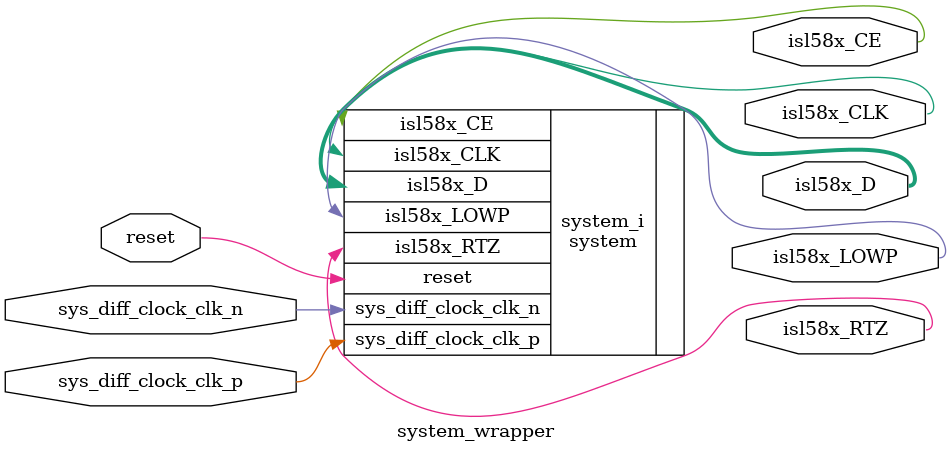
<source format=v>
`timescale 1 ps / 1 ps

module system_wrapper
   (isl58x_CE,
    isl58x_CLK,
    isl58x_D,
    isl58x_LOWP,
    isl58x_RTZ,
    reset,
    sys_diff_clock_clk_n,
    sys_diff_clock_clk_p);
  output isl58x_CE;
  output isl58x_CLK;
  output [14:0]isl58x_D;
  output isl58x_LOWP;
  output isl58x_RTZ;
  input reset;
  input sys_diff_clock_clk_n;
  input sys_diff_clock_clk_p;

  wire isl58x_CE;
  wire isl58x_CLK;
  wire [14:0]isl58x_D;
  wire isl58x_LOWP;
  wire isl58x_RTZ;
  wire reset;
  wire sys_diff_clock_clk_n;
  wire sys_diff_clock_clk_p;

system system_i
       (.isl58x_CE(isl58x_CE),
        .isl58x_CLK(isl58x_CLK),
        .isl58x_D(isl58x_D),
        .isl58x_LOWP(isl58x_LOWP),
        .isl58x_RTZ(isl58x_RTZ),
        .reset(reset),
        .sys_diff_clock_clk_n(sys_diff_clock_clk_n),
        .sys_diff_clock_clk_p(sys_diff_clock_clk_p));
endmodule

</source>
